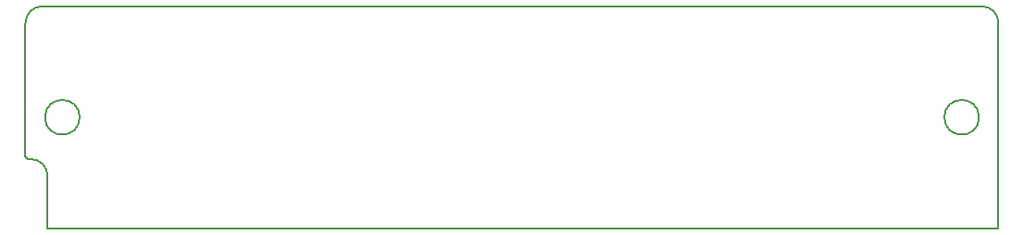
<source format=gm1>
G04 #@! TF.GenerationSoftware,KiCad,Pcbnew,(5.1.10-1-10_14)*
G04 #@! TF.CreationDate,2021-07-01T06:10:45-04:00*
G04 #@! TF.ProjectId,GW4191-SOJ,47573431-3931-42d5-934f-4a2e6b696361,1.0-SOJ*
G04 #@! TF.SameCoordinates,Original*
G04 #@! TF.FileFunction,Profile,NP*
%FSLAX46Y46*%
G04 Gerber Fmt 4.6, Leading zero omitted, Abs format (unit mm)*
G04 Created by KiCad (PCBNEW (5.1.10-1-10_14)) date 2021-07-01 06:10:45*
%MOMM*%
%LPD*%
G01*
G04 APERTURE LIST*
G04 #@! TA.AperFunction,Profile*
%ADD10C,0.200000*%
G04 #@! TD*
G04 #@! TA.AperFunction,Profile*
%ADD11C,0.150000*%
G04 #@! TD*
G04 APERTURE END LIST*
D10*
X76644500Y-95250000D02*
G75*
G02*
X78232000Y-96837500I0J-1587500D01*
G01*
X76200000Y-94996000D02*
X76200000Y-82804000D01*
X78232000Y-101600000D02*
X78232000Y-96837500D01*
X76644500Y-95250000D02*
X76454000Y-95250000D01*
X76454000Y-95250000D02*
G75*
G02*
X76200000Y-94996000I0J254000D01*
G01*
X76200000Y-82804000D02*
G75*
G02*
X77724000Y-81280000I1524000J0D01*
G01*
X163576000Y-81280000D02*
G75*
G02*
X165100000Y-82804000I0J-1524000D01*
G01*
D11*
X81153000Y-91440000D02*
G75*
G03*
X81153000Y-91440000I-1587500J0D01*
G01*
X163322000Y-91440000D02*
G75*
G03*
X163322000Y-91440000I-1587500J0D01*
G01*
D10*
X165100000Y-82804000D02*
X165100000Y-101600000D01*
X77724000Y-81280000D02*
X163576000Y-81280000D01*
X165100000Y-101600000D02*
X78232000Y-101600000D01*
M02*

</source>
